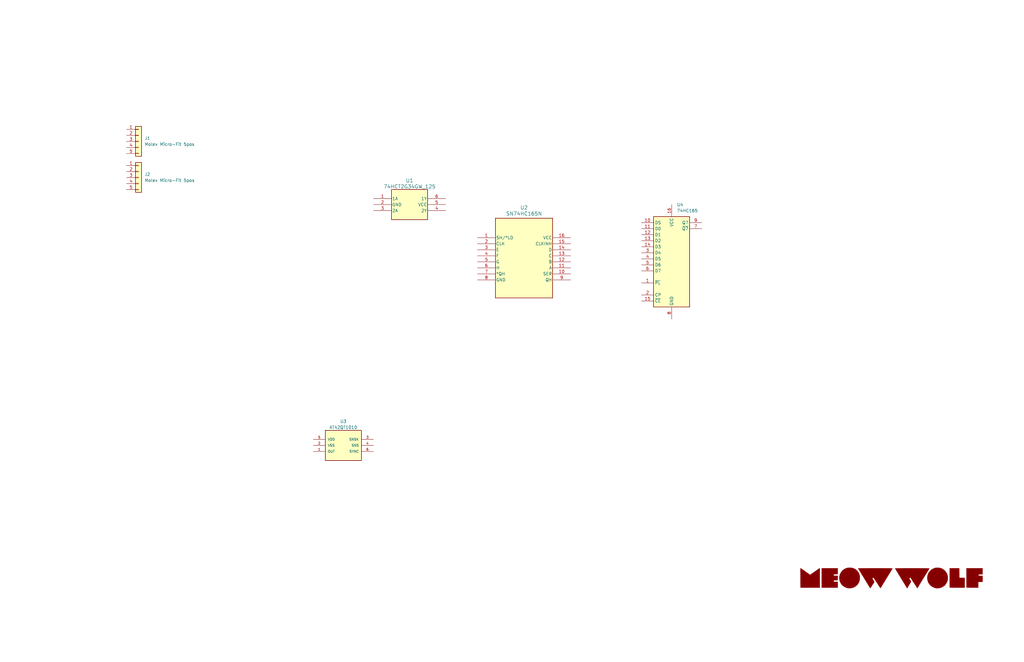
<source format=kicad_sch>
(kicad_sch (version 20230121) (generator eeschema)
  (paper "USLedger")
  (title_block (rev "v.01") (company "Meow Wolf") (comment 1 "Daniel Bornhorst"))
  (lib_symbols
    (symbol "0_connector:Molex Micro-Fit 5pos" (pin_names (offset 1.016) hide)
      (property "Reference" "J" (at 0 5.08 0))
      (property "Value" "Molex Micro-Fit 5pos" (at 0 -10.16 0))
      (symbol "Molex Micro-Fit 5pos_1_1"
        (rectangle (start -1.27 -7.493) (end 0 -7.747) (stroke (width 0.1524)))
        (rectangle (start -1.27 -4.953) (end 0 -5.207) (stroke (width 0.1524)))
        (rectangle (start -1.27 -2.413) (end 0 -2.667) (stroke (width 0.1524)))
        (rectangle (start -1.27 0.127) (end 0 -0.127) (stroke (width 0.1524)))
        (rectangle (start -1.27 2.667) (end 0 2.413) (stroke (width 0.1524)))
        (rectangle (start -1.27 3.81) (end 1.27 -8.763) (stroke (width 0.254)) (fill (type background)))
        (pin passive line (at -5.08 2.54 0) (length 3.81) (name "Pin_1") (number "1"))
        (pin passive line (at -5.08 0 0) (length 3.81) (name "Pin_2") (number "2"))
        (pin passive line (at -5.08 -2.54 0) (length 3.81) (name "Pin_3") (number "3"))
        (pin passive line (at -5.08 -5.08 0) (length 3.81) (name "Pin_4") (number "4"))
        (pin passive line (at -5.08 -7.62 0) (length 3.81) (name "Pin_4") (number "5"))
      )
    )
    (symbol "0_integrated_circuits:74HCT2G34GW_125" (pin_names (offset 0.254))
      (property "Reference" "U" (at -1.27 7.62 0))
      (property "Value" "74HCT2G34GW_125" (at 0 -7.62 0))
      (symbol "74HCT2G34GW_125_1_1"
        (rectangle (start -7.62 6.35) (end 7.62 -6.35) (stroke (width 0.254)) (fill (type background)))
        (pin input line (at -15.24 2.54 0) (length 7.62) (name "1A") (number "1"))
        (pin power_out line (at -15.24 0 0) (length 7.62) (name "GND") (number "2"))
        (pin input line (at -15.24 -2.54 0) (length 7.62) (name "2A") (number "3"))
        (pin output line (at 15.24 -2.54 180) (length 7.62) (name "2Y") (number "4"))
        (pin power_in line (at 15.24 0 180) (length 7.62) (name "VCC") (number "5"))
        (pin output line (at 15.24 2.54 180) (length 7.62) (name "1Y") (number "6"))
      )
    )
    (symbol "0_integrated_circuits:SN74HC165N" (pin_names (offset 0.254))
      (property "Reference" "U" (at -0.635 21.59 0))
      (property "Value" "SN74HC165N" (at 0 19.05 0))
      (symbol "SN74HC165N_1_1"
        (rectangle (start -12.065 17.145) (end 12.065 -16.51) (stroke (width 0.254)) (fill (type background)))
        (pin input line (at -19.685 8.89 0) (length 7.62) (name "SH/*LD") (number "1"))
        (pin input line (at 19.685 -6.35 180) (length 7.62) (name "SER") (number "10"))
        (pin input line (at 19.685 -3.81 180) (length 7.62) (name "A") (number "11"))
        (pin input line (at 19.685 -1.27 180) (length 7.62) (name "B") (number "12"))
        (pin input line (at 19.685 1.27 180) (length 7.62) (name "C") (number "13"))
        (pin input line (at 19.685 3.81 180) (length 7.62) (name "D") (number "14"))
        (pin input line (at 19.685 6.35 180) (length 7.62) (name "CLKINH") (number "15"))
        (pin power_in line (at 19.685 8.89 180) (length 7.62) (name "VCC") (number "16"))
        (pin input line (at -19.685 6.35 0) (length 7.62) (name "CLK") (number "2"))
        (pin input line (at -19.685 3.81 0) (length 7.62) (name "E") (number "3"))
        (pin input line (at -19.685 1.27 0) (length 7.62) (name "F") (number "4"))
        (pin input line (at -19.685 -1.27 0) (length 7.62) (name "G") (number "5"))
        (pin input line (at -19.685 -3.81 0) (length 7.62) (name "H") (number "6"))
        (pin output line (at -19.685 -6.35 0) (length 7.62) (name "*QH") (number "7"))
        (pin power_in line (at -19.685 -8.89 0) (length 7.62) (name "GND") (number "8"))
        (pin output line (at 19.685 -8.89 180) (length 7.62) (name "QH") (number "9"))
      )
    )
    (symbol "0_logo:MeowWolf_Logo_Horizontal" (pin_names (offset 1.016))
      (symbol "MeowWolf_Logo_Horizontal_0_0"
        (polyline (pts (xy 30.861 -0.0254) (xy 28.6512 -0.0254) (xy 28.6258 2.0066) (xy 28.575 4.0386) (xy 24.511 4.0386) (xy 24.511 -3.9878) (xy 24.5364 -4.064) (xy 24.638 -4.0894) (xy 24.892 -4.0894) (xy 25.273 -4.1148) (xy 25.7556 -4.1148) (xy 26.3398 -4.1402) (xy 30.861 -4.1402) (xy 30.861 -0.0254)) (stroke (width 0.0254)) (fill (type outline)))
        (polyline (pts (xy 36.6014 -2.921) (xy 36.6268 -1.7272) (xy 38.4048 -1.7272) (xy 38.4048 0.8128) (xy 37.5412 0.8636) (xy 36.703 0.889) (xy 36.703 1.397) (xy 37.5412 1.4478) (xy 38.4048 1.4986) (xy 38.4048 4.0386) (xy 31.623 4.0386) (xy 31.623 -3.9878) (xy 31.6484 -4.064) (xy 31.7754 -4.0894) (xy 32.0548 -4.1148) (xy 32.4358 -4.1148) (xy 32.9184 -4.1402) (xy 36.576 -4.1402) (xy 36.6014 -2.921)) (stroke (width 0.0254)) (fill (type outline)))
        (polyline (pts (xy -22.6568 -1.6764) (xy -24.3586 -1.6764) (xy -24.3586 -1.3716) (xy -24.3332 -1.0414) (xy -23.0886 -1.0414) (xy -22.86 -1.016) (xy -22.733 -0.9906) (xy -22.7076 -0.9398) (xy -22.6822 -0.7366) (xy -22.6568 -0.4318) (xy -22.6568 0.889) (xy -24.3586 0.889) (xy -24.3586 1.1938) (xy -24.3332 1.4986) (xy -23.495 1.524) (xy -22.6568 1.5748) (xy -22.6568 4.0386) (xy -29.4386 4.0386) (xy -29.4386 -4.1402) (xy -22.6568 -4.1402) (xy -22.6568 -1.6764)) (stroke (width 0.0254)) (fill (type outline)))
        (polyline (pts (xy -30.226 4.064) (xy -30.48 3.937) (xy -31.0896 3.5306) (xy -31.3436 3.3528) (xy -31.5214 3.2004) (xy -31.5722 3.1242) (xy -31.5976 3.0988) (xy -31.6992 3.048) (xy -31.8008 3.0226) (xy -31.9786 2.8956) (xy -32.0802 2.7686) (xy -32.1818 2.7178) (xy -32.258 2.6924) (xy -32.4104 2.5908) (xy -32.6644 2.413) (xy -33.2232 2.0066) (xy -33.3248 1.9304) (xy -33.528 1.8288) (xy -33.655 1.7018) (xy -33.782 1.6002) (xy -33.909 1.524) (xy -33.9852 1.4986) (xy -34.1376 1.397) (xy -34.2392 1.3208) (xy -34.3408 1.3208) (xy -34.5186 1.4224) (xy -34.7218 1.5494) (xy -34.8996 1.6764) (xy -35.0266 1.7526) (xy -35.2044 1.905) (xy -35.3314 1.9812) (xy -35.433 2.0574) (xy -35.56 2.1336) (xy -35.7632 2.2606) (xy -36.0172 2.4638) (xy -36.1188 2.54) (xy -36.3474 2.7178) (xy -36.5506 2.8448) (xy -36.6522 2.8956) (xy -36.8808 3.048) (xy -37.0078 3.175) (xy -37.1602 3.2258) (xy -37.211 3.2512) (xy -37.211 3.3528) (xy -37.2872 3.4036) (xy -37.3888 3.429) (xy -37.5412 3.556) (xy -37.6682 3.683) (xy -37.9222 3.7846) (xy -38.0492 3.9116) (xy -38.1508 3.9878) (xy -38.227 4.064) (xy -38.3032 4.0386) (xy -38.354 3.937) (xy -38.3794 3.7338) (xy -38.3794 3.4036) (xy -38.4048 2.9464) (xy -38.3794 2.3114) (xy -38.3794 -1.778) (xy -38.354 -4.1402) (xy -30.226 -4.1402) (xy -30.226 4.064)) (stroke (width 0.0254)) (fill (type outline)))
        (polyline (pts (xy -17.2974 -4.3434) (xy -16.9418 -4.318) (xy -16.6624 -4.2926) (xy -16.5608 -4.2672) (xy -16.256 -4.1656) (xy -15.9004 -4.0132) (xy -15.5702 -3.8608) (xy -15.3162 -3.7084) (xy -15.1638 -3.5814) (xy -15.0876 -3.5052) (xy -14.8844 -3.4036) (xy -14.7066 -3.2512) (xy -14.1732 -2.7178) (xy -14.1478 -2.667) (xy -14.1478 -2.6416) (xy -14.0716 -2.5146) (xy -13.97 -2.3114) (xy -13.9446 -2.286) (xy -13.7922 -2.032) (xy -13.6652 -1.7526) (xy -13.5636 -1.4986) (xy -13.5128 -1.3462) (xy -13.4874 -1.2192) (xy -13.4112 -1.016) (xy -13.3858 -0.7874) (xy -13.3604 -0.4572) (xy -13.335 -0.0508) (xy -13.335 0.3302) (xy -13.3604 0.635) (xy -13.3858 0.8382) (xy -13.462 1.0414) (xy -13.5128 1.2954) (xy -13.5636 1.524) (xy -13.6398 1.6764) (xy -13.6906 1.7272) (xy -13.6652 1.778) (xy -13.6652 1.8288) (xy -13.8176 2.032) (xy -13.8684 2.1336) (xy -13.9192 2.2606) (xy -14.0462 2.4638) (xy -14.2494 2.7432) (xy -14.478 2.9972) (xy -14.732 3.2512) (xy -14.9606 3.4544) (xy -15.113 3.5814) (xy -15.24 3.6322) (xy -15.4178 3.7338) (xy -15.5702 3.81) (xy -15.9512 4.0132) (xy -16.4338 4.1402) (xy -17.0434 4.2418) (xy -17.526 4.2672) (xy -18.0848 4.2672) (xy -18.5928 4.191) (xy -18.9992 4.064) (xy -19.0246 4.064) (xy -19.2024 3.9878) (xy -19.3294 3.937) (xy -19.431 3.9116) (xy -19.5326 3.8608) (xy -19.5834 3.8608) (xy -19.7358 3.7592) (xy -19.939 3.6322) (xy -20.447 3.2766) (xy -20.6502 3.1242) (xy -20.7772 3.0226) (xy -20.8026 2.9718) (xy -20.8026 2.9464) (xy -20.8788 2.8448) (xy -21.0058 2.667) (xy -21.1328 2.54) (xy -21.2852 2.3114) (xy -21.59 1.7526) (xy -21.717 1.524) (xy -21.7932 1.3462) (xy -21.7932 1.27) (xy -21.9202 0.762) (xy -21.971 0.4064) (xy -21.971 -0.4826) (xy -21.9202 -0.9144) (xy -21.8694 -1.2192) (xy -21.8186 -1.3208) (xy -21.6662 -1.7272) (xy -21.463 -2.1336) (xy -21.2344 -2.54) (xy -20.9804 -2.8956) (xy -20.7264 -3.175) (xy -20.4978 -3.3782) (xy -20.3454 -3.4544) (xy -20.2692 -3.4798) (xy -20.1422 -3.6068) (xy -19.9898 -3.7084) (xy -19.7612 -3.8354) (xy -19.4818 -3.9878) (xy -19.2278 -4.1148) (xy -19.05 -4.1656) (xy -18.9738 -4.191) (xy -18.796 -4.2418) (xy -18.7198 -4.2672) (xy -18.4912 -4.318) (xy -18.415 -4.3434) (xy -18.1102 -4.3688) (xy -17.7038 -4.3688) (xy -17.2974 -4.3434)) (stroke (width 0.0254)) (fill (type outline)))
        (polyline (pts (xy 19.8882 -4.3434) (xy 20.2184 -4.318) (xy 20.447 -4.2926) (xy 20.574 -4.2672) (xy 20.6502 -4.2164) (xy 20.8026 -4.1656) (xy 20.828 -4.1656) (xy 21.0312 -4.0894) (xy 21.2852 -3.9624) (xy 21.5646 -3.8354) (xy 21.7932 -3.683) (xy 21.9202 -3.5814) (xy 21.9964 -3.5052) (xy 22.1234 -3.4544) (xy 22.1996 -3.429) (xy 22.4028 -3.302) (xy 22.6314 -3.048) (xy 22.86 -2.7178) (xy 23.114 -2.3368) (xy 23.3426 -1.9304) (xy 23.5204 -1.524) (xy 23.6474 -1.1684) (xy 23.6982 -0.8636) (xy 23.7236 -0.4826) (xy 23.749 -0.0762) (xy 23.749 0.3048) (xy 23.7236 0.635) (xy 23.6982 0.8382) (xy 23.6474 0.9906) (xy 23.5966 1.2446) (xy 23.5712 1.3208) (xy 23.4442 1.651) (xy 23.241 2.032) (xy 23.0378 2.3876) (xy 22.8092 2.667) (xy 22.6822 2.794) (xy 22.5806 2.921) (xy 22.5552 2.9718) (xy 22.5552 2.9972) (xy 22.4536 3.0988) (xy 22.2504 3.2512) (xy 21.9456 3.4544) (xy 21.59 3.7084) (xy 21.5646 3.7592) (xy 21.336 3.8862) (xy 21.1836 3.937) (xy 21.0058 3.9878) (xy 20.7772 4.064) (xy 20.6502 4.1148) (xy 20.2946 4.191) (xy 19.8628 4.2418) (xy 19.4056 4.2672) (xy 18.9992 4.2672) (xy 18.6436 4.2418) (xy 18.415 4.1656) (xy 18.3642 4.1402) (xy 18.1864 4.1148) (xy 18.1864 4.0894) (xy 18.0086 4.0386) (xy 17.7546 3.937) (xy 17.4244 3.7846) (xy 17.0942 3.6068) (xy 17.0688 3.6068) (xy 16.9164 3.4798) (xy 16.7132 3.302) (xy 16.4592 3.0734) (xy 16.2052 2.8194) (xy 16.002 2.5908) (xy 15.8496 2.413) (xy 15.7734 2.3114) (xy 15.748 2.2098) (xy 15.621 2.032) (xy 15.5194 1.8288) (xy 15.4686 1.7018) (xy 15.4432 1.6256) (xy 15.367 1.4478) (xy 15.3162 1.3716) (xy 15.2654 1.1938) (xy 15.24 1.016) (xy 15.1892 0.762) (xy 15.1384 0.4064) (xy 15.113 -0.0508) (xy 15.1384 -0.508) (xy 15.1892 -0.889) (xy 15.1892 -0.9144) (xy 15.24 -1.1684) (xy 15.2908 -1.3462) (xy 15.3416 -1.4732) (xy 15.3924 -1.6256) (xy 15.4686 -1.8034) (xy 15.494 -1.905) (xy 15.5194 -1.9812) (xy 15.621 -2.159) (xy 15.7988 -2.413) (xy 16.002 -2.6924) (xy 16.2306 -2.9718) (xy 16.4592 -3.2258) (xy 16.637 -3.4036) (xy 16.7894 -3.4798) (xy 16.9418 -3.5814) (xy 16.9672 -3.6322) (xy 17.1958 -3.7592) (xy 17.4752 -3.9116) (xy 17.8054 -4.064) (xy 18.1102 -4.191) (xy 18.3642 -4.2672) (xy 18.3896 -4.2672) (xy 18.6944 -4.3434) (xy 18.7452 -4.3688) (xy 19.5326 -4.3688) (xy 19.8882 -4.3434)) (stroke (width 0.0254)) (fill (type outline)))
        (polyline (pts (xy -4.572 -4.2926) (xy -4.5466 -4.2164) (xy -4.445 -4.0386) (xy -4.191 -3.6576) (xy -4.064 -3.4544) (xy -4.0132 -3.3782) (xy -4.0132 -3.3274) (xy -3.7592 -2.9464) (xy -3.683 -2.794) (xy -3.556 -2.6162) (xy -3.5052 -2.54) (xy -3.5052 -2.4892) (xy -3.4036 -2.3114) (xy -3.2512 -2.1082) (xy -3.1242 -1.905) (xy -2.9464 -1.6002) (xy -2.8194 -1.397) (xy -2.7432 -1.27) (xy -2.6924 -1.1684) (xy -2.5654 -0.9652) (xy -2.413 -0.7366) (xy -2.286 -0.5588) (xy -2.1844 -0.381) (xy -2.159 -0.3302) (xy -2.159 -0.2794) (xy -1.905 0.1016) (xy -1.778 0.3048) (xy -1.6764 0.4572) (xy -1.651 0.5334) (xy -1.651 0.5588) (xy -1.397 0.9398) (xy -1.27 1.143) (xy -1.143 1.3208) (xy -1.016 1.5748) (xy -0.889 1.778) (xy -0.7112 2.0828) (xy -0.635 2.1844) (xy -0.4572 2.4384) (xy -0.3556 2.6416) (xy -0.3048 2.7178) (xy -0.2794 2.7686) (xy -0.1778 2.921) (xy -0.0508 3.1496) (xy 0.0508 3.302) (xy 0.1524 3.4798) (xy 0.1778 3.5814) (xy 0.2032 3.6322) (xy 0.3048 3.7338) (xy 0.3556 3.81) (xy 0.4318 3.937) (xy 0.381 3.9624) (xy 0.2286 3.9624) (xy -0.0254 3.9878) (xy -0.4064 3.9878) (xy -0.9144 4.0132) (xy -2.286 4.0132) (xy -3.2004 4.0386) (xy -9.6774 4.0386) (xy -10.6172 4.0132) (xy -12.827 4.0132) (xy -13.3604 3.9878) (xy -13.97 3.9878) (xy -14.0462 3.9624) (xy -14.0208 3.8862) (xy -13.9192 3.7084) (xy -13.7668 3.4798) (xy -13.6398 3.2766) (xy -13.5382 3.1242) (xy -13.4112 2.8702) (xy -13.2588 2.6416) (xy -13.1318 2.4638) (xy -13.0302 2.286) (xy -13.0048 2.1844) (xy -12.9794 2.1336) (xy -12.8778 2.0066) (xy -12.7508 1.8796) (xy -12.7 1.7526) (xy -12.6746 1.6764) (xy -12.573 1.5494) (xy -12.5222 1.4732) (xy -12.4968 1.3462) (xy -12.4714 1.27) (xy -12.3698 1.2192) (xy -12.2682 1.0414) (xy -12.2428 0.9652) (xy -12.0904 0.7366) (xy -11.9126 0.4572) (xy -11.8364 0.3302) (xy -11.7348 0.1524) (xy -11.6586 0) (xy -11.557 -0.1778) (xy -11.4046 -0.4064) (xy -11.2776 -0.5842) (xy -11.176 -0.762) (xy -11.1506 -0.8636) (xy -11.1252 -0.9144) (xy -11.0236 -1.0414) (xy -10.8966 -1.1684) (xy -10.8458 -1.2954) (xy -10.8204 -1.3716) (xy -10.7188 -1.4986) (xy -10.6426 -1.5748) (xy -10.6426 -1.7018) (xy -10.6172 -1.778) (xy -10.5156 -1.8288) (xy -10.414 -2.0066) (xy -10.3632 -2.0828) (xy -10.2362 -2.3114) (xy -10.0584 -2.5908) (xy -9.9822 -2.7178) (xy -9.8806 -2.8956) (xy -9.8044 -3.048) (xy -9.6774 -3.2258) (xy -9.525 -3.4544) (xy -9.398 -3.6576) (xy -9.2964 -3.8354) (xy -9.2456 -3.9116) (xy -9.2202 -3.9878) (xy -9.1186 -4.1402) (xy -8.9916 -4.3434) (xy -8.763 -4.1402) (xy -8.6106 -3.9878) (xy -8.5852 -3.9116) (xy -8.5852 -3.8862) (xy -8.509 -3.7338) (xy -8.3566 -3.5052) (xy -8.1534 -3.175) (xy -7.9248 -2.8194) (xy -7.6454 -2.413) (xy -7.4422 -2.1082) (xy -7.3406 -1.8796) (xy -7.2898 -1.7018) (xy -7.3152 -1.5748) (xy -7.3914 -1.4224) (xy -7.5184 -1.27) (xy -7.5692 -1.1684) (xy -7.62 -1.0414) (xy -7.6454 -1.016) (xy -7.7216 -0.8636) (xy -7.8486 -0.635) (xy -7.8994 -0.5588) (xy -8.001 -0.381) (xy -8.0518 -0.2794) (xy -8.0264 -0.2286) (xy -7.9502 -0.1016) (xy -7.7978 0.0508) (xy -7.6454 0.1016) (xy -7.5946 0.0762) (xy -7.4676 -0.0508) (xy -7.3152 -0.254) (xy -7.1882 -0.4572) (xy -7.1374 -0.6096) (xy -7.0612 -0.7112) (xy -6.9342 -0.889) (xy -6.9088 -0.9144) (xy -6.7818 -1.0668) (xy -6.5786 -1.4732) (xy -6.4262 -1.7018) (xy -6.2738 -1.905) (xy -6.1468 -2.0574) (xy -6.0706 -2.1336) (xy -6.0452 -2.1844) (xy -6.0452 -2.2352) (xy -5.7912 -2.6162) (xy -5.6642 -2.8194) (xy -5.5626 -2.9718) (xy -5.5626 -3.048) (xy -5.5372 -3.0988) (xy -5.4356 -3.2258) (xy -5.3848 -3.2766) (xy -5.2324 -3.4798) (xy -5.08 -3.7592) (xy -4.8768 -4.064) (xy -4.7498 -4.2418) (xy -4.7498 -4.2672) (xy -4.6482 -4.3434) (xy -4.572 -4.2926)) (stroke (width 0.0254)) (fill (type outline)))
        (polyline (pts (xy 11.049 -4.1656) (xy 11.0744 -4.1402) (xy 11.176 -3.9624) (xy 11.2268 -3.8862) (xy 11.2268 -3.8354) (xy 11.4808 -3.4544) (xy 11.557 -3.302) (xy 11.684 -3.1242) (xy 11.7348 -3.048) (xy 11.7348 -2.9972) (xy 11.8364 -2.8194) (xy 11.9888 -2.6162) (xy 12.065 -2.4638) (xy 12.192 -2.286) (xy 12.2174 -2.1844) (xy 12.2428 -2.159) (xy 12.319 -2.032) (xy 12.446 -1.8288) (xy 12.6238 -1.5494) (xy 12.7 -1.4224) (xy 12.8778 -1.1684) (xy 12.9794 -0.9652) (xy 13.0302 -0.889) (xy 13.0556 -0.8128) (xy 13.1826 -0.635) (xy 13.335 -0.4064) (xy 13.462 -0.2032) (xy 13.5636 -0.0508) (xy 13.589 0) (xy 13.589 0.0508) (xy 13.843 0.4318) (xy 13.97 0.635) (xy 14.0716 0.7874) (xy 14.097 0.8636) (xy 14.097 0.889) (xy 14.1986 1.0414) (xy 14.3256 1.27) (xy 14.4526 1.4224) (xy 14.5796 1.651) (xy 14.6812 1.778) (xy 14.7066 1.8542) (xy 14.8082 2.032) (xy 14.9606 2.286) (xy 15.1892 2.6416) (xy 15.2908 2.794) (xy 15.3924 2.9718) (xy 15.4432 3.048) (xy 15.4686 3.0988) (xy 15.5702 3.2766) (xy 15.6972 3.4798) (xy 15.7988 3.6322) (xy 15.9004 3.8354) (xy 15.9512 3.9624) (xy 15.8242 3.9624) (xy 15.5194 3.9878) (xy 15.0368 3.9878) (xy 14.4018 4.0132) (xy 12.6238 4.0132) (xy 11.5062 4.0386) (xy 5.1562 4.0386) (xy 4.2418 4.0132) (xy 2.8448 4.0132) (xy 2.3622 3.9878) (xy 1.9812 3.9878) (xy 1.7272 3.9624) (xy 1.5748 3.9624) (xy 1.524 3.937) (xy 1.5494 3.8608) (xy 1.651 3.7338) (xy 1.7272 3.6576) (xy 1.778 3.556) (xy 1.778 3.5306) (xy 1.8542 3.3782) (xy 1.9812 3.1496) (xy 2.1844 2.8702) (xy 2.413 2.4892) (xy 2.54 2.3114) (xy 2.5908 2.2098) (xy 2.5908 2.159) (xy 2.6924 2.0066) (xy 2.8194 1.778) (xy 2.921 1.651) (xy 3.0226 1.4732) (xy 3.0734 1.3208) (xy 3.3274 0.9398) (xy 3.4798 0.7366) (xy 3.5814 0.5588) (xy 3.6322 0.4826) (xy 3.7338 0.2794) (xy 3.8608 0.0762) (xy 3.937 -0.0254) (xy 4.0894 -0.3048) (xy 4.2164 -0.508) (xy 4.318 -0.6858) (xy 4.4196 -0.762) (xy 4.445 -0.762) (xy 4.445 -0.889) (xy 4.5212 -1.016) (xy 4.5974 -1.0668) (xy 4.6482 -1.2192) (xy 4.699 -1.3208) (xy 4.826 -1.4732) (xy 4.9276 -1.5748) (xy 4.9784 -1.7272) (xy 5.0546 -1.8796) (xy 5.207 -2.1082) (xy 5.334 -2.3114) (xy 5.461 -2.4892) (xy 5.5118 -2.5654) (xy 5.5118 -2.6162) (xy 5.588 -2.7686) (xy 5.7404 -2.9718) (xy 5.7912 -3.0734) (xy 5.969 -3.3528) (xy 6.096 -3.556) (xy 6.1976 -3.7338) (xy 6.2738 -3.81) (xy 6.2992 -3.81) (xy 6.2992 -3.937) (xy 6.4008 -4.064) (xy 6.4516 -4.1148) (xy 6.5278 -4.2926) (xy 6.5278 -4.3434) (xy 6.5532 -4.3688) (xy 6.6802 -4.2672) (xy 6.8072 -4.1402) (xy 6.858 -4.0386) (xy 6.858 -3.9878) (xy 6.9596 -3.8354) (xy 7.0866 -3.6068) (xy 7.1628 -3.4798) (xy 7.2644 -3.302) (xy 7.2898 -3.2258) (xy 7.3152 -3.175) (xy 7.4168 -2.9972) (xy 7.5692 -2.794) (xy 7.6962 -2.5908) (xy 7.8232 -2.413) (xy 7.874 -2.3114) (xy 7.874 -2.286) (xy 7.9502 -2.159) (xy 8.0772 -1.9304) (xy 8.128 -1.8288) (xy 8.2296 -1.651) (xy 8.2296 -1.5494) (xy 8.1534 -1.4478) (xy 8.1534 -1.397) (xy 8.0518 -1.2192) (xy 7.9248 -1.016) (xy 7.7216 -0.6604) (xy 7.6708 -0.5588) (xy 7.6708 -0.508) (xy 7.493 -0.3302) (xy 7.5184 -0.2286) (xy 7.6708 -0.0508) (xy 7.7216 -0.0254) (xy 7.8486 0.1016) (xy 7.9502 0.127) (xy 8.0518 0.0508) (xy 8.1534 -0.0762) (xy 8.2042 -0.2032) (xy 8.255 -0.3048) (xy 8.382 -0.4572) (xy 8.4836 -0.5588) (xy 8.509 -0.635) (xy 8.509 -0.6604) (xy 8.5598 -0.762) (xy 8.6868 -0.9652) (xy 8.8646 -1.27) (xy 9.0932 -1.6002) (xy 9.144 -1.6764) (xy 9.3726 -2.032) (xy 9.5758 -2.3114) (xy 9.7282 -2.6162) (xy 9.779 -2.6924) (xy 9.906 -2.8194) (xy 10.0076 -2.9464) (xy 10.033 -3.048) (xy 10.0584 -3.1242) (xy 10.16 -3.2512) (xy 10.2616 -3.3528) (xy 10.3378 -3.4544) (xy 10.3632 -3.5306) (xy 10.4648 -3.7338) (xy 10.6172 -3.9624) (xy 10.8966 -4.3942) (xy 11.049 -4.1656)) (stroke (width 0.0254)) (fill (type outline)))
      )
    )
    (symbol "0_sensor:AT42QT1010-TSHR_1" (pin_names (offset 1.016))
      (property "Reference" "U" (at -7.62 6.35 0))
      (property "Value" "AT42QT1010" (at -6.35 3.81 0))
      (symbol "AT42QT1010-TSHR_1_0_0"
        (rectangle (start -7.62 6.35) (end 7.62 -6.35) (stroke (width 0.254)) (fill (type background)))
        (pin output line (at -12.7 -2.54 0) (length 5.08) (name "OUT") (number "1"))
        (pin power_in line (at -12.7 0 0) (length 5.08) (name "VSS") (number "2"))
        (pin bidirectional line (at 12.7 2.54 180) (length 5.08) (name "SNSK") (number "3"))
        (pin bidirectional line (at 12.7 0 180) (length 5.08) (name "SNS") (number "4"))
        (pin power_in line (at -12.7 2.54 0) (length 5.08) (name "VDD") (number "5"))
        (pin input line (at 12.7 -2.54 180) (length 5.08) (name "SYNC") (number "6"))
      )
    )
    (symbol "74xx:74HC165"
      (property "Reference" "U" (at -7.62 19.05 0))
      (property "Value" "74HC165" (at -7.62 -21.59 0))
      (symbol "74HC165_1_0"
        (pin input line (at -12.7 -10.16 0) (length 5.08) (name "~{PL}") (number "1"))
        (pin input line (at -12.7 15.24 0) (length 5.08) (name "DS") (number "10"))
        (pin input line (at -12.7 12.7 0) (length 5.08) (name "D0") (number "11"))
        (pin input line (at -12.7 10.16 0) (length 5.08) (name "D1") (number "12"))
        (pin input line (at -12.7 7.62 0) (length 5.08) (name "D2") (number "13"))
        (pin input line (at -12.7 5.08 0) (length 5.08) (name "D3") (number "14"))
        (pin input line (at -12.7 -17.78 0) (length 5.08) (name "~{CE}") (number "15"))
        (pin power_in line (at 0 22.86 270) (length 5.08) (name "VCC") (number "16"))
        (pin input line (at -12.7 -15.24 0) (length 5.08) (name "CP") (number "2"))
        (pin input line (at -12.7 2.54 0) (length 5.08) (name "D4") (number "3"))
        (pin input line (at -12.7 0 0) (length 5.08) (name "D5") (number "4"))
        (pin input line (at -12.7 -2.54 0) (length 5.08) (name "D6") (number "5"))
        (pin input line (at -12.7 -5.08 0) (length 5.08) (name "D7") (number "6"))
        (pin output line (at 12.7 12.7 180) (length 5.08) (name "~{Q7}") (number "7"))
        (pin power_in line (at 0 -25.4 90) (length 5.08) (name "GND") (number "8"))
        (pin output line (at 12.7 15.24 180) (length 5.08) (name "Q7") (number "9"))
      )
      (symbol "74HC165_1_1"
        (rectangle (start -7.62 17.78) (end 7.62 -20.32) (stroke (width 0.254)) (fill (type background)))
      )
    )
  )
  (symbol (lib_id "0_logo:MeowWolf_Logo_Horizontal") (at 375.92 243.84 0) (unit 1)
    (property "Reference" "LOGO1" (effects hide))
    (property "Value" "MeowWolf_Logo_Horizontal" (effects hide))
  )
  (symbol (lib_id "74xx:74HC165") (at 283.21 109.22 0) (unit 1)
    (property "Reference" "U4" (at 285.4041 86.36 0) (effects (justify left)))
    (property "Value" "74HC165" (at 285.4041 88.9 0) (effects (justify left)))
    (property "Datasheet" "https://assets.nexperia.com/documents/data-sheet/74HC_HCT165.pdf" (effects hide))
  )
  (symbol (lib_id "0_connector:Molex Micro-Fit 5pos") (at 58.42 57.15 0) (unit 1)
    (property "Reference" "J1" (at 60.96 58.3565 0) (effects (justify left)))
    (property "Value" "Molex Micro-Fit 5pos" (at 60.96 60.8965 0) (effects (justify left)))
    (property "Footprint" "0_connector:MOLEX_MICROFIT-RA-5POS_436500500" (effects hide))
    (property "Datasheet" "https://www.molex.com/content/dam/molex/molex-dot-com/products/automated/en-us/salesdrawingpdf/436/43650/436500500_sd.pdf?inline" (effects hide))
    (property "Manufacturer" "MOLEX" (effects hide))
    (property "Mfg. P/N" "0436500500" (effects hide))
    (property "Digikey Page" "https://www.digikey.com/en/products/detail/molex/0436500500/268992?s=N4IgTCBcDaIAwBYDMA2ArHOG4gLoF8g" (effects hide))
    (property "Digikey P/N" "WM1863-ND" (effects hide))
  )
  (symbol (lib_id "0_integrated_circuits:SN74HC165N") (at 220.98 109.22 0) (unit 1)
    (property "Reference" "U2" (at 220.98 87.63 0) (effects (font (size 1.524 1.524))))
    (property "Value" "SN74HC165N" (at 220.98 90.17 0) (effects (font (size 1.524 1.524))))
    (property "Footprint" "Package_DIP:DIP-16_W10.16mm" (effects hide))
    (property "Datasheet" "SN74HC165N" (effects hide))
  )
  (symbol (lib_id "0_sensor:AT42QT1010-TSHR_1") (at 144.78 187.96 0) (unit 1)
    (property "Reference" "U3" (at 144.78 177.8 0))
    (property "Value" "AT42QT1010" (at 144.78 180.34 0))
    (property "Footprint" "0_sensor:SOT95P270X145-6N" (effects hide))
    (property "Datasheet" "https://ww1.microchip.com/downloads/en/DeviceDoc/40001946A.pdf" (effects hide))
    (property "Manufacturer" "MICROCHIP" (effects hide))
    (property "Mfg. P/N" "AT42QT1010-TSHR" (effects hide))
    (property "Digikey Page" "https://www.digikey.com/en/products/detail/microchip-technology/AT42QT1010-TSHR/2268866" (effects hide))
    (property "Digikey P/N" "AT42QT1010-TSHRCT-ND" (effects hide))
  )
  (symbol (lib_id "0_connector:Molex Micro-Fit 5pos") (at 58.42 72.39 0) (unit 1)
    (property "Reference" "J2" (at 60.96 73.5965 0) (effects (justify left)))
    (property "Value" "Molex Micro-Fit 5pos" (at 60.96 76.1365 0) (effects (justify left)))
    (property "Footprint" "0_connector:MOLEX_MICROFIT-RA-5POS_436500500" (effects hide))
    (property "Datasheet" "https://www.molex.com/content/dam/molex/molex-dot-com/products/automated/en-us/salesdrawingpdf/436/43650/436500500_sd.pdf?inline" (effects hide))
    (property "Manufacturer" "MOLEX" (effects hide))
    (property "Mfg. P/N" "0436500500" (effects hide))
    (property "Digikey Page" "https://www.digikey.com/en/products/detail/molex/0436500500/268992?s=N4IgTCBcDaIAwBYDMA2ArHOG4gLoF8g" (effects hide))
    (property "Digikey P/N" "WM1863-ND" (effects hide))
  )
  (symbol (lib_id "0_integrated_circuits:74HCT2G34GW_125") (at 172.72 86.36 0) (unit 1)
    (property "Reference" "U1" (at 172.72 76.2 0) (effects (font (size 1.524 1.524))))
    (property "Value" "74HCT2G34GW_125" (at 172.72 78.74 0) (effects (font (size 1.524 1.524))))
    (property "Footprint" "0_integrated_circuits:SC-88_SOT363_NEX" (effects hide))
    (property "Datasheet" "74HCT2G34GW_125" (effects hide))
  )
)
</source>
